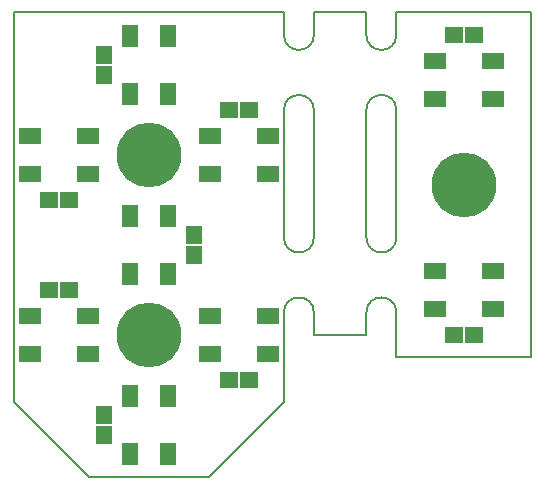
<source format=gts>
G04 #@! TF.FileFunction,Soldermask,Top*
%FSLAX46Y46*%
G04 Gerber Fmt 4.6, Leading zero omitted, Abs format (unit mm)*
G04 Created by KiCad (PCBNEW (2016-05-03 BZR 6266)-product) date Wed May 25 03:17:44 2016*
%MOMM*%
%LPD*%
G01*
G04 APERTURE LIST*
%ADD10C,0.350000*%
%ADD11C,0.150000*%
%ADD12R,1.900000X1.400000*%
%ADD13R,1.400000X1.900000*%
%ADD14C,5.480000*%
%ADD15R,1.400000X1.500000*%
%ADD16R,1.500000X1.400000*%
G04 APERTURE END LIST*
D10*
D11*
X140970000Y-83820000D02*
X140970000Y-81915000D01*
X140970000Y-100965000D02*
X140970000Y-90170000D01*
X140970000Y-107315000D02*
X140970000Y-111125000D01*
X133985000Y-109220000D02*
X138430000Y-109220000D01*
X133985000Y-81915000D02*
X138430000Y-81915000D01*
X140970000Y-90170000D02*
G75*
G03X138430000Y-90170000I-1270000J0D01*
G01*
X133985000Y-90170000D02*
G75*
G03X131445000Y-90170000I-1270000J0D01*
G01*
X140970000Y-107315000D02*
G75*
G03X138430000Y-107315000I-1270000J0D01*
G01*
X133985000Y-107315000D02*
G75*
G03X131445000Y-107315000I-1270000J0D01*
G01*
X131445000Y-100965000D02*
G75*
G03X133985000Y-100965000I1270000J0D01*
G01*
X138430000Y-100965000D02*
G75*
G03X140970000Y-100965000I1270000J0D01*
G01*
X138430000Y-83820000D02*
G75*
G03X140970000Y-83820000I1270000J0D01*
G01*
X131445000Y-83820000D02*
G75*
G03X133985000Y-83820000I1270000J0D01*
G01*
X138430000Y-109220000D02*
X138430000Y-107315000D01*
X133985000Y-107315000D02*
X133985000Y-109220000D01*
X131445000Y-107315000D02*
X131445000Y-114935000D01*
X138430000Y-90170000D02*
X138430000Y-100965000D01*
X133985000Y-100965000D02*
X133985000Y-90170000D01*
X131445000Y-90170000D02*
X131445000Y-100965000D01*
X133985000Y-81915000D02*
X133985000Y-83820000D01*
X138430000Y-83820000D02*
X138430000Y-81915000D01*
X131445000Y-81915000D02*
X131445000Y-83820000D01*
X108585000Y-81915000D02*
X131445000Y-81915000D01*
X108585000Y-114935000D02*
X108585000Y-81915000D01*
X125095000Y-121285000D02*
X114935000Y-121285000D01*
X131445000Y-114935000D02*
X125095000Y-121285000D01*
X108585000Y-114935000D02*
X114935000Y-121285000D01*
X152400000Y-81915000D02*
X140970000Y-81915000D01*
X152400000Y-111125000D02*
X152400000Y-81915000D01*
X140970000Y-111125000D02*
X152400000Y-111125000D01*
D12*
X130085000Y-107620000D03*
X125185000Y-107620000D03*
X125185000Y-110820000D03*
X130085000Y-110820000D03*
D13*
X121615000Y-119290000D03*
X121615000Y-114390000D03*
X118415000Y-114390000D03*
X118415000Y-119290000D03*
D12*
X109945000Y-110820000D03*
X114845000Y-110820000D03*
X114845000Y-107620000D03*
X109945000Y-107620000D03*
D14*
X120015000Y-109220000D03*
D13*
X118415000Y-99150000D03*
X118415000Y-104050000D03*
X121615000Y-104050000D03*
X121615000Y-99150000D03*
X121615000Y-88810000D03*
X121615000Y-83910000D03*
X118415000Y-83910000D03*
X118415000Y-88810000D03*
D14*
X120015000Y-93980000D03*
D12*
X125185000Y-95580000D03*
X130085000Y-95580000D03*
X130085000Y-92380000D03*
X125185000Y-92380000D03*
X114845000Y-92380000D03*
X109945000Y-92380000D03*
X109945000Y-95580000D03*
X114845000Y-95580000D03*
D15*
X116205000Y-87210000D03*
X116205000Y-85510000D03*
D16*
X126785000Y-90170000D03*
X128485000Y-90170000D03*
X128485000Y-113030000D03*
X126785000Y-113030000D03*
D15*
X116205000Y-117690000D03*
X116205000Y-115990000D03*
D16*
X111545000Y-105410000D03*
X113245000Y-105410000D03*
X113245000Y-97790000D03*
X111545000Y-97790000D03*
D15*
X123825000Y-100750000D03*
X123825000Y-102450000D03*
D12*
X149135000Y-86030000D03*
X144235000Y-86030000D03*
X144235000Y-89230000D03*
X149135000Y-89230000D03*
D16*
X147535000Y-83820000D03*
X145835000Y-83820000D03*
X147535000Y-109220000D03*
X145835000Y-109220000D03*
D14*
X146685000Y-96520000D03*
D12*
X149135000Y-103810000D03*
X144235000Y-103810000D03*
X144235000Y-107010000D03*
X149135000Y-107010000D03*
M02*

</source>
